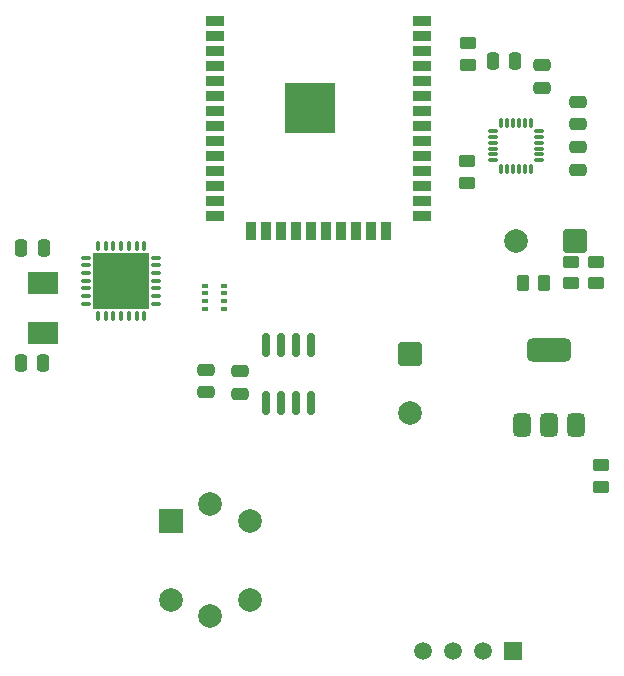
<source format=gbr>
%TF.GenerationSoftware,KiCad,Pcbnew,9.0.2*%
%TF.CreationDate,2025-07-16T17:06:44+05:30*%
%TF.ProjectId,CanSat,43616e53-6174-42e6-9b69-6361645f7063,rev?*%
%TF.SameCoordinates,Original*%
%TF.FileFunction,Soldermask,Top*%
%TF.FilePolarity,Negative*%
%FSLAX46Y46*%
G04 Gerber Fmt 4.6, Leading zero omitted, Abs format (unit mm)*
G04 Created by KiCad (PCBNEW 9.0.2) date 2025-07-16 17:06:44*
%MOMM*%
%LPD*%
G01*
G04 APERTURE LIST*
G04 Aperture macros list*
%AMRoundRect*
0 Rectangle with rounded corners*
0 $1 Rounding radius*
0 $2 $3 $4 $5 $6 $7 $8 $9 X,Y pos of 4 corners*
0 Add a 4 corners polygon primitive as box body*
4,1,4,$2,$3,$4,$5,$6,$7,$8,$9,$2,$3,0*
0 Add four circle primitives for the rounded corners*
1,1,$1+$1,$2,$3*
1,1,$1+$1,$4,$5*
1,1,$1+$1,$6,$7*
1,1,$1+$1,$8,$9*
0 Add four rect primitives between the rounded corners*
20,1,$1+$1,$2,$3,$4,$5,0*
20,1,$1+$1,$4,$5,$6,$7,0*
20,1,$1+$1,$6,$7,$8,$9,0*
20,1,$1+$1,$8,$9,$2,$3,0*%
G04 Aperture macros list end*
%ADD10R,1.500000X0.900000*%
%ADD11R,0.900000X1.500000*%
%ADD12C,0.600000*%
%ADD13R,4.200000X4.200000*%
%ADD14RoundRect,0.250000X0.250000X0.475000X-0.250000X0.475000X-0.250000X-0.475000X0.250000X-0.475000X0*%
%ADD15RoundRect,0.250000X0.475000X-0.250000X0.475000X0.250000X-0.475000X0.250000X-0.475000X-0.250000X0*%
%ADD16RoundRect,0.075000X0.075000X-0.350000X0.075000X0.350000X-0.075000X0.350000X-0.075000X-0.350000X0*%
%ADD17RoundRect,0.075000X0.350000X0.075000X-0.350000X0.075000X-0.350000X-0.075000X0.350000X-0.075000X0*%
%ADD18RoundRect,0.250000X-0.475000X0.250000X-0.475000X-0.250000X0.475000X-0.250000X0.475000X0.250000X0*%
%ADD19RoundRect,0.250000X0.450000X-0.262500X0.450000X0.262500X-0.450000X0.262500X-0.450000X-0.262500X0*%
%ADD20RoundRect,0.250000X-0.750000X0.750000X-0.750000X-0.750000X0.750000X-0.750000X0.750000X0.750000X0*%
%ADD21C,2.000000*%
%ADD22RoundRect,0.075000X-0.312500X-0.075000X0.312500X-0.075000X0.312500X0.075000X-0.312500X0.075000X0*%
%ADD23RoundRect,0.075000X-0.075000X-0.312500X0.075000X-0.312500X0.075000X0.312500X-0.075000X0.312500X0*%
%ADD24R,4.800000X4.800000*%
%ADD25RoundRect,0.250000X-0.262500X-0.450000X0.262500X-0.450000X0.262500X0.450000X-0.262500X0.450000X0*%
%ADD26RoundRect,0.250000X-0.250000X-0.475000X0.250000X-0.475000X0.250000X0.475000X-0.250000X0.475000X0*%
%ADD27RoundRect,0.250000X-0.450000X0.262500X-0.450000X-0.262500X0.450000X-0.262500X0.450000X0.262500X0*%
%ADD28R,0.500000X0.350000*%
%ADD29R,2.600000X1.900000*%
%ADD30RoundRect,0.375000X0.375000X-0.625000X0.375000X0.625000X-0.375000X0.625000X-0.375000X-0.625000X0*%
%ADD31RoundRect,0.500000X1.400000X-0.500000X1.400000X0.500000X-1.400000X0.500000X-1.400000X-0.500000X0*%
%ADD32RoundRect,0.150000X0.150000X-0.825000X0.150000X0.825000X-0.150000X0.825000X-0.150000X-0.825000X0*%
%ADD33R,2.000000X2.000000*%
%ADD34R,1.500000X1.500000*%
%ADD35C,1.500000*%
%ADD36RoundRect,0.250000X0.750000X0.750000X-0.750000X0.750000X-0.750000X-0.750000X0.750000X-0.750000X0*%
G04 APERTURE END LIST*
D10*
%TO.C,U9*%
X137400000Y-52965000D03*
X137400000Y-54235000D03*
X137400000Y-55505000D03*
X137400000Y-56775000D03*
X137400000Y-58045000D03*
X137400000Y-59315000D03*
X137400000Y-60585000D03*
X137400000Y-61855000D03*
X137400000Y-63125000D03*
X137400000Y-64395000D03*
X137400000Y-65665000D03*
X137400000Y-66935000D03*
X137400000Y-68205000D03*
X137400000Y-69475000D03*
D11*
X140440000Y-70725000D03*
X141710000Y-70725000D03*
X142980000Y-70725000D03*
X144250000Y-70725000D03*
X145520000Y-70725000D03*
X146790000Y-70725000D03*
X148060000Y-70725000D03*
X149330000Y-70725000D03*
X150600000Y-70725000D03*
X151870000Y-70725000D03*
D10*
X154900000Y-69475000D03*
X154900000Y-68205000D03*
X154900000Y-66935000D03*
X154900000Y-65665000D03*
X154900000Y-64395000D03*
X154900000Y-63125000D03*
X154900000Y-61855000D03*
X154900000Y-60585000D03*
X154900000Y-59315000D03*
X154900000Y-58045000D03*
X154900000Y-56775000D03*
X154900000Y-55505000D03*
X154900000Y-54235000D03*
X154900000Y-52965000D03*
D12*
X143945000Y-59542500D03*
X143945000Y-61067500D03*
X144707500Y-58780000D03*
X144707500Y-60305000D03*
X144707500Y-61830000D03*
X145470000Y-59542500D03*
D13*
X145470000Y-60305000D03*
D12*
X145470000Y-61067500D03*
X146232500Y-58780000D03*
X146232500Y-60305000D03*
X146232500Y-61830000D03*
X146995000Y-59542500D03*
X146995000Y-61067500D03*
%TD*%
D14*
%TO.C,C9*%
X122850000Y-81900000D03*
X120950000Y-81900000D03*
%TD*%
D15*
%TO.C,C10*%
X136650000Y-84400000D03*
X136650000Y-82500000D03*
%TD*%
D16*
%TO.C,U7*%
X161650000Y-65450000D03*
X162150000Y-65450000D03*
X162650000Y-65450000D03*
X163150000Y-65450000D03*
X163650000Y-65450000D03*
X164150000Y-65450000D03*
D17*
X164850000Y-64750000D03*
X164850000Y-64250000D03*
X164850000Y-63750000D03*
X164850000Y-63250000D03*
X164850000Y-62750000D03*
X164850000Y-62250000D03*
D16*
X164150000Y-61550000D03*
X163650000Y-61550000D03*
X163150000Y-61550000D03*
X162650000Y-61550000D03*
X162150000Y-61550000D03*
X161650000Y-61550000D03*
D17*
X160950000Y-62250000D03*
X160950000Y-62750000D03*
X160950000Y-63250000D03*
X160950000Y-63750000D03*
X160950000Y-64250000D03*
X160950000Y-64750000D03*
%TD*%
D15*
%TO.C,C12*%
X168150000Y-61700000D03*
X168150000Y-59800000D03*
%TD*%
D18*
%TO.C,C8*%
X165050000Y-56700000D03*
X165050000Y-58600000D03*
%TD*%
D19*
%TO.C,R3*%
X170100000Y-92412500D03*
X170100000Y-90587500D03*
%TD*%
D20*
%TO.C,C3*%
X153900000Y-81132323D03*
D21*
X153900000Y-86132323D03*
%TD*%
D19*
%TO.C,R5*%
X169650000Y-75162500D03*
X169650000Y-73337500D03*
%TD*%
%TO.C,R7*%
X167550000Y-75162500D03*
X167550000Y-73337500D03*
%TD*%
D22*
%TO.C,U8*%
X126462500Y-73000000D03*
X126462500Y-73650000D03*
X126462500Y-74300000D03*
X126462500Y-74950000D03*
X126462500Y-75600000D03*
X126462500Y-76250000D03*
X126462500Y-76900000D03*
D23*
X127500000Y-77937500D03*
X128150000Y-77937500D03*
X128800000Y-77937500D03*
X129450000Y-77937500D03*
X130100000Y-77937500D03*
X130750000Y-77937500D03*
X131400000Y-77937500D03*
D22*
X132437500Y-76900000D03*
X132437500Y-76250000D03*
X132437500Y-75600000D03*
X132437500Y-74950000D03*
X132437500Y-74300000D03*
X132437500Y-73650000D03*
X132437500Y-73000000D03*
D23*
X131400000Y-71962500D03*
X130750000Y-71962500D03*
X130100000Y-71962500D03*
X129450000Y-71962500D03*
X128800000Y-71962500D03*
X128150000Y-71962500D03*
X127500000Y-71962500D03*
D24*
X129450000Y-74950000D03*
%TD*%
D14*
%TO.C,C6*%
X122900000Y-72200000D03*
X121000000Y-72200000D03*
%TD*%
D18*
%TO.C,C7*%
X168100000Y-63650000D03*
X168100000Y-65550000D03*
%TD*%
D25*
%TO.C,TH1*%
X163437500Y-75100000D03*
X165262500Y-75100000D03*
%TD*%
D26*
%TO.C,C11*%
X160900000Y-56350000D03*
X162800000Y-56350000D03*
%TD*%
D27*
%TO.C,R10*%
X158850000Y-54837500D03*
X158850000Y-56662500D03*
%TD*%
D28*
%TO.C,U6*%
X138150000Y-75375000D03*
X138150000Y-76025000D03*
X138150000Y-76675000D03*
X138150000Y-77325000D03*
X136550000Y-77325000D03*
X136550000Y-76675000D03*
X136550000Y-76025000D03*
X136550000Y-75375000D03*
%TD*%
D29*
%TO.C,Y1*%
X122850000Y-75100000D03*
X122850000Y-79400000D03*
%TD*%
D19*
%TO.C,R9*%
X158750000Y-66662500D03*
X158750000Y-64837500D03*
%TD*%
D18*
%TO.C,C5*%
X139500000Y-82600000D03*
X139500000Y-84500000D03*
%TD*%
D30*
%TO.C,U3*%
X163350000Y-87150000D03*
X165650000Y-87150000D03*
D31*
X165650000Y-80850000D03*
D30*
X167950000Y-87150000D03*
%TD*%
D32*
%TO.C,U1*%
X141695000Y-85325000D03*
X142965000Y-85325000D03*
X144235000Y-85325000D03*
X145505000Y-85325000D03*
X145505000Y-80375000D03*
X144235000Y-80375000D03*
X142965000Y-80375000D03*
X141695000Y-80375000D03*
%TD*%
D33*
%TO.C,U2*%
X133635000Y-95255000D03*
D21*
X136995000Y-93865000D03*
X140355000Y-95255000D03*
X140355000Y-101975000D03*
X136995000Y-103365000D03*
X133635000Y-101975000D03*
%TD*%
D34*
%TO.C,U5*%
X162612500Y-106297500D03*
D35*
X160072500Y-106297500D03*
X157532500Y-106297500D03*
X154992500Y-106297500D03*
%TD*%
D36*
%TO.C,C2*%
X167900000Y-71550000D03*
D21*
X162900000Y-71550000D03*
%TD*%
M02*

</source>
